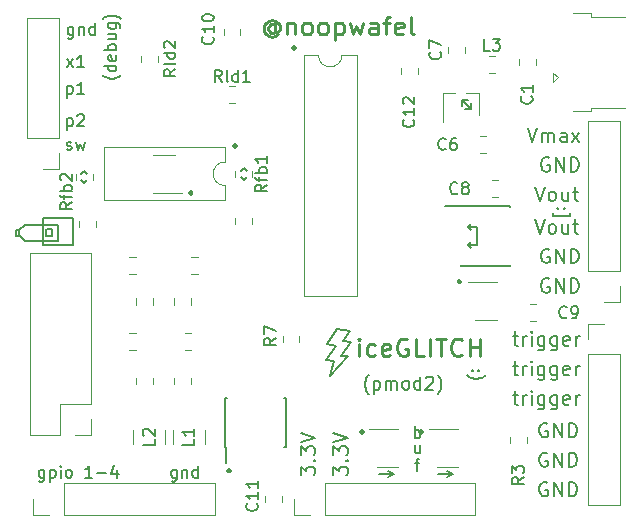
<source format=gbr>
%TF.GenerationSoftware,KiCad,Pcbnew,5.0.0+dfsg1-2*%
%TF.CreationDate,2019-12-09T14:25:11+01:00*%
%TF.ProjectId,pmod2,706D6F64322E6B696361645F70636200,rev?*%
%TF.SameCoordinates,Original*%
%TF.FileFunction,Legend,Top*%
%TF.FilePolarity,Positive*%
%FSLAX46Y46*%
G04 Gerber Fmt 4.6, Leading zero omitted, Abs format (unit mm)*
G04 Created by KiCad (PCBNEW 5.0.0+dfsg1-2) date Mon Dec  9 14:25:11 2019*
%MOMM*%
%LPD*%
G01*
G04 APERTURE LIST*
%ADD10C,0.200000*%
%ADD11C,0.150000*%
%ADD12C,0.300000*%
%ADD13C,0.250000*%
%ADD14C,0.220000*%
%ADD15C,0.120000*%
G04 APERTURE END LIST*
D10*
X139059523Y-153035714D02*
X139059523Y-153845238D01*
X139011904Y-153940476D01*
X138964285Y-153988095D01*
X138869047Y-154035714D01*
X138726190Y-154035714D01*
X138630952Y-153988095D01*
X139059523Y-153654761D02*
X138964285Y-153702380D01*
X138773809Y-153702380D01*
X138678571Y-153654761D01*
X138630952Y-153607142D01*
X138583333Y-153511904D01*
X138583333Y-153226190D01*
X138630952Y-153130952D01*
X138678571Y-153083333D01*
X138773809Y-153035714D01*
X138964285Y-153035714D01*
X139059523Y-153083333D01*
X139535714Y-153035714D02*
X139535714Y-153702380D01*
X139535714Y-153130952D02*
X139583333Y-153083333D01*
X139678571Y-153035714D01*
X139821428Y-153035714D01*
X139916666Y-153083333D01*
X139964285Y-153178571D01*
X139964285Y-153702380D01*
X140869047Y-153702380D02*
X140869047Y-152702380D01*
X140869047Y-153654761D02*
X140773809Y-153702380D01*
X140583333Y-153702380D01*
X140488095Y-153654761D01*
X140440476Y-153607142D01*
X140392857Y-153511904D01*
X140392857Y-153226190D01*
X140440476Y-153130952D01*
X140488095Y-153083333D01*
X140583333Y-153035714D01*
X140773809Y-153035714D01*
X140869047Y-153083333D01*
X130250000Y-134000000D02*
X128250000Y-134000000D01*
X130250000Y-131750000D02*
X130250000Y-134000000D01*
X128250000Y-131750000D02*
X130250000Y-131750000D01*
D11*
X164000000Y-122500000D02*
X163250000Y-121750000D01*
X164000000Y-122500000D02*
X164000000Y-122000000D01*
X164000000Y-122500000D02*
X163500000Y-122500000D01*
X163250000Y-122250000D02*
X163250000Y-121750000D01*
X163250000Y-121750000D02*
X163750000Y-121750000D01*
D10*
X131250000Y-128750000D02*
X131500000Y-128500000D01*
X131000000Y-128500000D02*
X131250000Y-128750000D01*
X131250000Y-127750000D02*
X131500000Y-128000000D01*
X131000000Y-128000000D02*
X131250000Y-127750000D01*
X144750000Y-128500000D02*
X145000000Y-128250000D01*
X144500000Y-128250000D02*
X144750000Y-128500000D01*
X144750000Y-127500000D02*
X145000000Y-127750000D01*
X144500000Y-127750000D02*
X144750000Y-127500000D01*
X144750000Y-127500000D02*
X144500000Y-127750000D01*
X163750000Y-134000000D02*
X164000000Y-134250000D01*
X164000000Y-133750000D02*
X163750000Y-134000000D01*
X163750000Y-134000000D02*
X164000000Y-133750000D01*
X163750000Y-132500000D02*
X164000000Y-132750000D01*
X163750000Y-132500000D02*
X164000000Y-132250000D01*
X164500000Y-132500000D02*
X163750000Y-132500000D01*
X164500000Y-134000000D02*
X164500000Y-132500000D01*
X163750000Y-134000000D02*
X164500000Y-134000000D01*
D12*
X163000000Y-137035714D02*
X162928571Y-137107142D01*
X163000000Y-137178571D01*
X163071428Y-137107142D01*
X163000000Y-137035714D01*
X163000000Y-137178571D01*
X159750000Y-149785714D02*
X159678571Y-149857142D01*
X159750000Y-149928571D01*
X159821428Y-149857142D01*
X159750000Y-149785714D01*
X159750000Y-149928571D01*
X154750000Y-149785714D02*
X154678571Y-149857142D01*
X154750000Y-149928571D01*
X154821428Y-149857142D01*
X154750000Y-149785714D01*
X154750000Y-149928571D01*
X143500000Y-153035714D02*
X143428571Y-153107142D01*
X143500000Y-153178571D01*
X143571428Y-153107142D01*
X143500000Y-153035714D01*
X143500000Y-153178571D01*
X140250000Y-129535714D02*
X140178571Y-129607142D01*
X140250000Y-129678571D01*
X140321428Y-129607142D01*
X140250000Y-129535714D01*
X140250000Y-129678571D01*
D10*
X149592857Y-153521428D02*
X149592857Y-152778571D01*
X150050000Y-153178571D01*
X150050000Y-153007142D01*
X150107142Y-152892857D01*
X150164285Y-152835714D01*
X150278571Y-152778571D01*
X150564285Y-152778571D01*
X150678571Y-152835714D01*
X150735714Y-152892857D01*
X150792857Y-153007142D01*
X150792857Y-153350000D01*
X150735714Y-153464285D01*
X150678571Y-153521428D01*
X150678571Y-152264285D02*
X150735714Y-152207142D01*
X150792857Y-152264285D01*
X150735714Y-152321428D01*
X150678571Y-152264285D01*
X150792857Y-152264285D01*
X149592857Y-151807142D02*
X149592857Y-151064285D01*
X150050000Y-151464285D01*
X150050000Y-151292857D01*
X150107142Y-151178571D01*
X150164285Y-151121428D01*
X150278571Y-151064285D01*
X150564285Y-151064285D01*
X150678571Y-151121428D01*
X150735714Y-151178571D01*
X150792857Y-151292857D01*
X150792857Y-151635714D01*
X150735714Y-151750000D01*
X150678571Y-151807142D01*
X149592857Y-150721428D02*
X150792857Y-150321428D01*
X149592857Y-149921428D01*
X152342857Y-153521428D02*
X152342857Y-152778571D01*
X152800000Y-153178571D01*
X152800000Y-153007142D01*
X152857142Y-152892857D01*
X152914285Y-152835714D01*
X153028571Y-152778571D01*
X153314285Y-152778571D01*
X153428571Y-152835714D01*
X153485714Y-152892857D01*
X153542857Y-153007142D01*
X153542857Y-153350000D01*
X153485714Y-153464285D01*
X153428571Y-153521428D01*
X153428571Y-152264285D02*
X153485714Y-152207142D01*
X153542857Y-152264285D01*
X153485714Y-152321428D01*
X153428571Y-152264285D01*
X153542857Y-152264285D01*
X152342857Y-151807142D02*
X152342857Y-151064285D01*
X152800000Y-151464285D01*
X152800000Y-151292857D01*
X152857142Y-151178571D01*
X152914285Y-151121428D01*
X153028571Y-151064285D01*
X153314285Y-151064285D01*
X153428571Y-151121428D01*
X153485714Y-151178571D01*
X153542857Y-151292857D01*
X153542857Y-151635714D01*
X153485714Y-151750000D01*
X153428571Y-151807142D01*
X152342857Y-150721428D02*
X153542857Y-150321428D01*
X152342857Y-149921428D01*
X129000000Y-133650000D02*
X129000000Y-132350000D01*
X126250000Y-133650000D02*
X125700000Y-133200000D01*
X125750000Y-132750000D02*
X126250000Y-132350000D01*
D11*
X128475000Y-133275000D02*
X128025000Y-133275000D01*
X128025000Y-132650000D02*
X128025000Y-133275000D01*
X128475000Y-132650000D02*
X128475000Y-133275000D01*
X128475000Y-132650000D02*
X128050000Y-132650000D01*
D10*
X128000000Y-131750000D02*
X127750000Y-131750000D01*
X128000000Y-134000000D02*
X127750000Y-134000000D01*
X128000000Y-134000000D02*
X128250000Y-134000000D01*
X128000000Y-131750000D02*
X128250000Y-131750000D01*
X127750000Y-131750000D02*
X127750000Y-134000000D01*
X130250000Y-134000000D02*
X130250000Y-131750000D01*
X125500000Y-133250000D02*
X125750000Y-133250000D01*
X125500000Y-132750000D02*
X125500000Y-133250000D01*
X125750000Y-132750000D02*
X125500000Y-132750000D01*
X129000000Y-132350000D02*
X126250000Y-132350000D01*
X126250000Y-133650000D02*
X129000000Y-133650000D01*
X125750000Y-132750000D02*
X125750000Y-133250000D01*
X171392857Y-130916666D02*
X171345238Y-130964285D01*
X171297619Y-130916666D01*
X171345238Y-130869047D01*
X171392857Y-130916666D01*
X171297619Y-130916666D01*
X171916666Y-130916666D02*
X171869047Y-130964285D01*
X171821428Y-130916666D01*
X171869047Y-130869047D01*
X171916666Y-130916666D01*
X171821428Y-130916666D01*
X170964285Y-131297619D02*
X170964285Y-131535714D01*
X172392857Y-131535714D01*
X172392857Y-131297619D01*
X164142857Y-144666666D02*
X164095238Y-144714285D01*
X164047619Y-144666666D01*
X164095238Y-144619047D01*
X164142857Y-144666666D01*
X164047619Y-144666666D01*
X164666666Y-144666666D02*
X164619047Y-144714285D01*
X164571428Y-144666666D01*
X164619047Y-144619047D01*
X164666666Y-144666666D01*
X164571428Y-144666666D01*
X163666666Y-145047619D02*
X163714285Y-145095238D01*
X163857142Y-145190476D01*
X163952380Y-145238095D01*
X164095238Y-145285714D01*
X164333333Y-145333333D01*
X164523809Y-145333333D01*
X164761904Y-145285714D01*
X164904761Y-145238095D01*
X165000000Y-145190476D01*
X165142857Y-145095238D01*
X165190476Y-145047619D01*
X127869047Y-153035714D02*
X127869047Y-153845238D01*
X127821428Y-153940476D01*
X127773809Y-153988095D01*
X127678571Y-154035714D01*
X127535714Y-154035714D01*
X127440476Y-153988095D01*
X127869047Y-153654761D02*
X127773809Y-153702380D01*
X127583333Y-153702380D01*
X127488095Y-153654761D01*
X127440476Y-153607142D01*
X127392857Y-153511904D01*
X127392857Y-153226190D01*
X127440476Y-153130952D01*
X127488095Y-153083333D01*
X127583333Y-153035714D01*
X127773809Y-153035714D01*
X127869047Y-153083333D01*
X128345238Y-153035714D02*
X128345238Y-154035714D01*
X128345238Y-153083333D02*
X128440476Y-153035714D01*
X128630952Y-153035714D01*
X128726190Y-153083333D01*
X128773809Y-153130952D01*
X128821428Y-153226190D01*
X128821428Y-153511904D01*
X128773809Y-153607142D01*
X128726190Y-153654761D01*
X128630952Y-153702380D01*
X128440476Y-153702380D01*
X128345238Y-153654761D01*
X129250000Y-153702380D02*
X129250000Y-153035714D01*
X129250000Y-152702380D02*
X129202380Y-152750000D01*
X129250000Y-152797619D01*
X129297619Y-152750000D01*
X129250000Y-152702380D01*
X129250000Y-152797619D01*
X129869047Y-153702380D02*
X129773809Y-153654761D01*
X129726190Y-153607142D01*
X129678571Y-153511904D01*
X129678571Y-153226190D01*
X129726190Y-153130952D01*
X129773809Y-153083333D01*
X129869047Y-153035714D01*
X130011904Y-153035714D01*
X130107142Y-153083333D01*
X130154761Y-153130952D01*
X130202380Y-153226190D01*
X130202380Y-153511904D01*
X130154761Y-153607142D01*
X130107142Y-153654761D01*
X130011904Y-153702380D01*
X129869047Y-153702380D01*
X131916666Y-153702380D02*
X131345238Y-153702380D01*
X131630952Y-153702380D02*
X131630952Y-152702380D01*
X131535714Y-152845238D01*
X131440476Y-152940476D01*
X131345238Y-152988095D01*
X132345238Y-153321428D02*
X133107142Y-153321428D01*
X134011904Y-153035714D02*
X134011904Y-153702380D01*
X133773809Y-152654761D02*
X133535714Y-153369047D01*
X134154761Y-153369047D01*
X129786904Y-118952380D02*
X130310714Y-118285714D01*
X129786904Y-118285714D02*
X130310714Y-118952380D01*
X131215476Y-118952380D02*
X130644047Y-118952380D01*
X130929761Y-118952380D02*
X130929761Y-117952380D01*
X130834523Y-118095238D01*
X130739285Y-118190476D01*
X130644047Y-118238095D01*
X159237385Y-152451019D02*
X159618338Y-152451019D01*
X159380242Y-153117685D02*
X159380242Y-152260543D01*
X159427862Y-152165305D01*
X159523100Y-152117685D01*
X159618338Y-152117685D01*
X159642147Y-150951019D02*
X159642147Y-151617685D01*
X159213576Y-150951019D02*
X159213576Y-151474828D01*
X159261195Y-151570066D01*
X159356433Y-151617685D01*
X159499290Y-151617685D01*
X159594528Y-151570066D01*
X159642147Y-151522447D01*
X159213576Y-150367685D02*
X159213576Y-149367685D01*
X159213576Y-149748638D02*
X159308814Y-149701019D01*
X159499290Y-149701019D01*
X159594528Y-149748638D01*
X159642147Y-149796257D01*
X159689766Y-149891495D01*
X159689766Y-150177209D01*
X159642147Y-150272447D01*
X159594528Y-150320066D01*
X159499290Y-150367685D01*
X159308814Y-150367685D01*
X159213576Y-150320066D01*
X161177862Y-153415305D02*
X162427862Y-153415305D01*
X162427862Y-153415305D02*
X161927862Y-153165305D01*
X162427862Y-153415305D02*
X161927862Y-153665305D01*
X157427862Y-153415305D02*
X156927862Y-153665305D01*
X157427862Y-153415305D02*
X156927862Y-153165305D01*
X156177862Y-153415305D02*
X157427862Y-153415305D01*
X151775332Y-142393540D02*
X152600332Y-141093540D01*
X152525332Y-142568540D02*
X151775332Y-142393540D01*
X151735012Y-143719580D02*
X152525332Y-142568540D01*
X152410012Y-143794580D02*
X151735012Y-143719580D01*
X152060012Y-145094580D02*
X152410012Y-143794580D01*
X153585012Y-143419580D02*
X152060012Y-145094580D01*
X152960012Y-143369580D02*
X153585012Y-143419580D01*
X153835012Y-142194580D02*
X152960012Y-143369580D01*
X153110012Y-142119580D02*
X153835012Y-142194580D01*
X153700332Y-141293540D02*
X153110012Y-142119580D01*
X152600332Y-141093540D02*
X153700332Y-141293540D01*
D12*
X149000000Y-117285714D02*
X148928571Y-117357142D01*
X149000000Y-117428571D01*
X149071428Y-117357142D01*
X149000000Y-117285714D01*
X149000000Y-117428571D01*
X144000000Y-125535714D02*
X143928571Y-125607142D01*
X144000000Y-125678571D01*
X144071428Y-125607142D01*
X144000000Y-125535714D01*
X144000000Y-125678571D01*
D11*
X134333333Y-119630952D02*
X134285714Y-119678571D01*
X134142857Y-119773809D01*
X134047619Y-119821428D01*
X133904761Y-119869047D01*
X133666666Y-119916666D01*
X133476190Y-119916666D01*
X133238095Y-119869047D01*
X133095238Y-119821428D01*
X133000000Y-119773809D01*
X132857142Y-119678571D01*
X132809523Y-119630952D01*
X133952380Y-118821428D02*
X132952380Y-118821428D01*
X133904761Y-118821428D02*
X133952380Y-118916666D01*
X133952380Y-119107142D01*
X133904761Y-119202380D01*
X133857142Y-119250000D01*
X133761904Y-119297619D01*
X133476190Y-119297619D01*
X133380952Y-119250000D01*
X133333333Y-119202380D01*
X133285714Y-119107142D01*
X133285714Y-118916666D01*
X133333333Y-118821428D01*
X133904761Y-117964285D02*
X133952380Y-118059523D01*
X133952380Y-118250000D01*
X133904761Y-118345238D01*
X133809523Y-118392857D01*
X133428571Y-118392857D01*
X133333333Y-118345238D01*
X133285714Y-118250000D01*
X133285714Y-118059523D01*
X133333333Y-117964285D01*
X133428571Y-117916666D01*
X133523809Y-117916666D01*
X133619047Y-118392857D01*
X133952380Y-117488095D02*
X132952380Y-117488095D01*
X133333333Y-117488095D02*
X133285714Y-117392857D01*
X133285714Y-117202380D01*
X133333333Y-117107142D01*
X133380952Y-117059523D01*
X133476190Y-117011904D01*
X133761904Y-117011904D01*
X133857142Y-117059523D01*
X133904761Y-117107142D01*
X133952380Y-117202380D01*
X133952380Y-117392857D01*
X133904761Y-117488095D01*
X133285714Y-116154761D02*
X133952380Y-116154761D01*
X133285714Y-116583333D02*
X133809523Y-116583333D01*
X133904761Y-116535714D01*
X133952380Y-116440476D01*
X133952380Y-116297619D01*
X133904761Y-116202380D01*
X133857142Y-116154761D01*
X133285714Y-115250000D02*
X134095238Y-115250000D01*
X134190476Y-115297619D01*
X134238095Y-115345238D01*
X134285714Y-115440476D01*
X134285714Y-115583333D01*
X134238095Y-115678571D01*
X133904761Y-115250000D02*
X133952380Y-115345238D01*
X133952380Y-115535714D01*
X133904761Y-115630952D01*
X133857142Y-115678571D01*
X133761904Y-115726190D01*
X133476190Y-115726190D01*
X133380952Y-115678571D01*
X133333333Y-115630952D01*
X133285714Y-115535714D01*
X133285714Y-115345238D01*
X133333333Y-115250000D01*
X134333333Y-114869047D02*
X134285714Y-114821428D01*
X134142857Y-114726190D01*
X134047619Y-114678571D01*
X133904761Y-114630952D01*
X133666666Y-114583333D01*
X133476190Y-114583333D01*
X133238095Y-114630952D01*
X133095238Y-114678571D01*
X133000000Y-114726190D01*
X132857142Y-114821428D01*
X132809523Y-114869047D01*
D10*
X130309523Y-115535714D02*
X130309523Y-116345238D01*
X130261904Y-116440476D01*
X130214285Y-116488095D01*
X130119047Y-116535714D01*
X129976190Y-116535714D01*
X129880952Y-116488095D01*
X130309523Y-116154761D02*
X130214285Y-116202380D01*
X130023809Y-116202380D01*
X129928571Y-116154761D01*
X129880952Y-116107142D01*
X129833333Y-116011904D01*
X129833333Y-115726190D01*
X129880952Y-115630952D01*
X129928571Y-115583333D01*
X130023809Y-115535714D01*
X130214285Y-115535714D01*
X130309523Y-115583333D01*
X130785714Y-115535714D02*
X130785714Y-116202380D01*
X130785714Y-115630952D02*
X130833333Y-115583333D01*
X130928571Y-115535714D01*
X131071428Y-115535714D01*
X131166666Y-115583333D01*
X131214285Y-115678571D01*
X131214285Y-116202380D01*
X132119047Y-116202380D02*
X132119047Y-115202380D01*
X132119047Y-116154761D02*
X132023809Y-116202380D01*
X131833333Y-116202380D01*
X131738095Y-116154761D01*
X131690476Y-116107142D01*
X131642857Y-116011904D01*
X131642857Y-115726190D01*
X131690476Y-115630952D01*
X131738095Y-115583333D01*
X131833333Y-115535714D01*
X132023809Y-115535714D01*
X132119047Y-115583333D01*
X129809523Y-120535714D02*
X129809523Y-121535714D01*
X129809523Y-120583333D02*
X129904761Y-120535714D01*
X130095238Y-120535714D01*
X130190476Y-120583333D01*
X130238095Y-120630952D01*
X130285714Y-120726190D01*
X130285714Y-121011904D01*
X130238095Y-121107142D01*
X130190476Y-121154761D01*
X130095238Y-121202380D01*
X129904761Y-121202380D01*
X129809523Y-121154761D01*
X131238095Y-121202380D02*
X130666666Y-121202380D01*
X130952380Y-121202380D02*
X130952380Y-120202380D01*
X130857142Y-120345238D01*
X130761904Y-120440476D01*
X130666666Y-120488095D01*
X129809523Y-123285714D02*
X129809523Y-124285714D01*
X129809523Y-123333333D02*
X129904761Y-123285714D01*
X130095238Y-123285714D01*
X130190476Y-123333333D01*
X130238095Y-123380952D01*
X130285714Y-123476190D01*
X130285714Y-123761904D01*
X130238095Y-123857142D01*
X130190476Y-123904761D01*
X130095238Y-123952380D01*
X129904761Y-123952380D01*
X129809523Y-123904761D01*
X130666666Y-123047619D02*
X130714285Y-123000000D01*
X130809523Y-122952380D01*
X131047619Y-122952380D01*
X131142857Y-123000000D01*
X131190476Y-123047619D01*
X131238095Y-123142857D01*
X131238095Y-123238095D01*
X131190476Y-123380952D01*
X130619047Y-123952380D01*
X131238095Y-123952380D01*
X129761904Y-125904761D02*
X129857142Y-125952380D01*
X130047619Y-125952380D01*
X130142857Y-125904761D01*
X130190476Y-125809523D01*
X130190476Y-125761904D01*
X130142857Y-125666666D01*
X130047619Y-125619047D01*
X129904761Y-125619047D01*
X129809523Y-125571428D01*
X129761904Y-125476190D01*
X129761904Y-125428571D01*
X129809523Y-125333333D01*
X129904761Y-125285714D01*
X130047619Y-125285714D01*
X130142857Y-125333333D01*
X130523809Y-125285714D02*
X130714285Y-125952380D01*
X130904761Y-125476190D01*
X131095238Y-125952380D01*
X131285714Y-125285714D01*
D11*
X155342857Y-146666666D02*
X155290476Y-146614285D01*
X155185714Y-146457142D01*
X155133333Y-146352380D01*
X155080952Y-146195238D01*
X155028571Y-145933333D01*
X155028571Y-145723809D01*
X155080952Y-145461904D01*
X155133333Y-145304761D01*
X155185714Y-145200000D01*
X155290476Y-145042857D01*
X155342857Y-144990476D01*
X155761904Y-145514285D02*
X155761904Y-146614285D01*
X155761904Y-145566666D02*
X155866666Y-145514285D01*
X156076190Y-145514285D01*
X156180952Y-145566666D01*
X156233333Y-145619047D01*
X156285714Y-145723809D01*
X156285714Y-146038095D01*
X156233333Y-146142857D01*
X156180952Y-146195238D01*
X156076190Y-146247619D01*
X155866666Y-146247619D01*
X155761904Y-146195238D01*
X156757142Y-146247619D02*
X156757142Y-145514285D01*
X156757142Y-145619047D02*
X156809523Y-145566666D01*
X156914285Y-145514285D01*
X157071428Y-145514285D01*
X157176190Y-145566666D01*
X157228571Y-145671428D01*
X157228571Y-146247619D01*
X157228571Y-145671428D02*
X157280952Y-145566666D01*
X157385714Y-145514285D01*
X157542857Y-145514285D01*
X157647619Y-145566666D01*
X157700000Y-145671428D01*
X157700000Y-146247619D01*
X158380952Y-146247619D02*
X158276190Y-146195238D01*
X158223809Y-146142857D01*
X158171428Y-146038095D01*
X158171428Y-145723809D01*
X158223809Y-145619047D01*
X158276190Y-145566666D01*
X158380952Y-145514285D01*
X158538095Y-145514285D01*
X158642857Y-145566666D01*
X158695238Y-145619047D01*
X158747619Y-145723809D01*
X158747619Y-146038095D01*
X158695238Y-146142857D01*
X158642857Y-146195238D01*
X158538095Y-146247619D01*
X158380952Y-146247619D01*
X159690476Y-146247619D02*
X159690476Y-145147619D01*
X159690476Y-146195238D02*
X159585714Y-146247619D01*
X159376190Y-146247619D01*
X159271428Y-146195238D01*
X159219047Y-146142857D01*
X159166666Y-146038095D01*
X159166666Y-145723809D01*
X159219047Y-145619047D01*
X159271428Y-145566666D01*
X159376190Y-145514285D01*
X159585714Y-145514285D01*
X159690476Y-145566666D01*
X160161904Y-145252380D02*
X160214285Y-145200000D01*
X160319047Y-145147619D01*
X160580952Y-145147619D01*
X160685714Y-145200000D01*
X160738095Y-145252380D01*
X160790476Y-145357142D01*
X160790476Y-145461904D01*
X160738095Y-145619047D01*
X160109523Y-146247619D01*
X160790476Y-146247619D01*
X161157142Y-146666666D02*
X161209523Y-146614285D01*
X161314285Y-146457142D01*
X161366666Y-146352380D01*
X161419047Y-146195238D01*
X161471428Y-145933333D01*
X161471428Y-145723809D01*
X161419047Y-145461904D01*
X161366666Y-145304761D01*
X161314285Y-145200000D01*
X161209523Y-145042857D01*
X161157142Y-144990476D01*
D13*
X154516071Y-143428571D02*
X154516071Y-142428571D01*
X154516071Y-141928571D02*
X154444642Y-142000000D01*
X154516071Y-142071428D01*
X154587500Y-142000000D01*
X154516071Y-141928571D01*
X154516071Y-142071428D01*
X155873214Y-143357142D02*
X155730357Y-143428571D01*
X155444642Y-143428571D01*
X155301785Y-143357142D01*
X155230357Y-143285714D01*
X155158928Y-143142857D01*
X155158928Y-142714285D01*
X155230357Y-142571428D01*
X155301785Y-142500000D01*
X155444642Y-142428571D01*
X155730357Y-142428571D01*
X155873214Y-142500000D01*
X157087500Y-143357142D02*
X156944642Y-143428571D01*
X156658928Y-143428571D01*
X156516071Y-143357142D01*
X156444642Y-143214285D01*
X156444642Y-142642857D01*
X156516071Y-142500000D01*
X156658928Y-142428571D01*
X156944642Y-142428571D01*
X157087500Y-142500000D01*
X157158928Y-142642857D01*
X157158928Y-142785714D01*
X156444642Y-142928571D01*
X158587500Y-142000000D02*
X158444642Y-141928571D01*
X158230357Y-141928571D01*
X158016071Y-142000000D01*
X157873214Y-142142857D01*
X157801785Y-142285714D01*
X157730357Y-142571428D01*
X157730357Y-142785714D01*
X157801785Y-143071428D01*
X157873214Y-143214285D01*
X158016071Y-143357142D01*
X158230357Y-143428571D01*
X158373214Y-143428571D01*
X158587500Y-143357142D01*
X158658928Y-143285714D01*
X158658928Y-142785714D01*
X158373214Y-142785714D01*
X160016071Y-143428571D02*
X159301785Y-143428571D01*
X159301785Y-141928571D01*
X160516071Y-143428571D02*
X160516071Y-141928571D01*
X161016071Y-141928571D02*
X161873214Y-141928571D01*
X161444642Y-143428571D02*
X161444642Y-141928571D01*
X163230357Y-143285714D02*
X163158928Y-143357142D01*
X162944642Y-143428571D01*
X162801785Y-143428571D01*
X162587500Y-143357142D01*
X162444642Y-143214285D01*
X162373214Y-143071428D01*
X162301785Y-142785714D01*
X162301785Y-142571428D01*
X162373214Y-142285714D01*
X162444642Y-142142857D01*
X162587500Y-142000000D01*
X162801785Y-141928571D01*
X162944642Y-141928571D01*
X163158928Y-142000000D01*
X163230357Y-142071428D01*
X163873214Y-143428571D02*
X163873214Y-141928571D01*
X163873214Y-142642857D02*
X164730357Y-142642857D01*
X164730357Y-143428571D02*
X164730357Y-141928571D01*
D14*
X147428571Y-115464285D02*
X147357142Y-115392857D01*
X147214285Y-115321428D01*
X147071428Y-115321428D01*
X146928571Y-115392857D01*
X146857142Y-115464285D01*
X146785714Y-115607142D01*
X146785714Y-115750000D01*
X146857142Y-115892857D01*
X146928571Y-115964285D01*
X147071428Y-116035714D01*
X147214285Y-116035714D01*
X147357142Y-115964285D01*
X147428571Y-115892857D01*
X147428571Y-115321428D02*
X147428571Y-115892857D01*
X147500000Y-115964285D01*
X147571428Y-115964285D01*
X147714285Y-115892857D01*
X147785714Y-115750000D01*
X147785714Y-115392857D01*
X147642857Y-115178571D01*
X147428571Y-115035714D01*
X147142857Y-114964285D01*
X146857142Y-115035714D01*
X146642857Y-115178571D01*
X146500000Y-115392857D01*
X146428571Y-115678571D01*
X146500000Y-115964285D01*
X146642857Y-116178571D01*
X146857142Y-116321428D01*
X147142857Y-116392857D01*
X147428571Y-116321428D01*
X147642857Y-116178571D01*
X148428571Y-115178571D02*
X148428571Y-116178571D01*
X148428571Y-115321428D02*
X148500000Y-115250000D01*
X148642857Y-115178571D01*
X148857142Y-115178571D01*
X149000000Y-115250000D01*
X149071428Y-115392857D01*
X149071428Y-116178571D01*
X150000000Y-116178571D02*
X149857142Y-116107142D01*
X149785714Y-116035714D01*
X149714285Y-115892857D01*
X149714285Y-115464285D01*
X149785714Y-115321428D01*
X149857142Y-115250000D01*
X150000000Y-115178571D01*
X150214285Y-115178571D01*
X150357142Y-115250000D01*
X150428571Y-115321428D01*
X150500000Y-115464285D01*
X150500000Y-115892857D01*
X150428571Y-116035714D01*
X150357142Y-116107142D01*
X150214285Y-116178571D01*
X150000000Y-116178571D01*
X151357142Y-116178571D02*
X151214285Y-116107142D01*
X151142857Y-116035714D01*
X151071428Y-115892857D01*
X151071428Y-115464285D01*
X151142857Y-115321428D01*
X151214285Y-115250000D01*
X151357142Y-115178571D01*
X151571428Y-115178571D01*
X151714285Y-115250000D01*
X151785714Y-115321428D01*
X151857142Y-115464285D01*
X151857142Y-115892857D01*
X151785714Y-116035714D01*
X151714285Y-116107142D01*
X151571428Y-116178571D01*
X151357142Y-116178571D01*
X152500000Y-115178571D02*
X152500000Y-116678571D01*
X152500000Y-115250000D02*
X152642857Y-115178571D01*
X152928571Y-115178571D01*
X153071428Y-115250000D01*
X153142857Y-115321428D01*
X153214285Y-115464285D01*
X153214285Y-115892857D01*
X153142857Y-116035714D01*
X153071428Y-116107142D01*
X152928571Y-116178571D01*
X152642857Y-116178571D01*
X152500000Y-116107142D01*
X153714285Y-115178571D02*
X154000000Y-116178571D01*
X154285714Y-115464285D01*
X154571428Y-116178571D01*
X154857142Y-115178571D01*
X156071428Y-116178571D02*
X156071428Y-115392857D01*
X156000000Y-115250000D01*
X155857142Y-115178571D01*
X155571428Y-115178571D01*
X155428571Y-115250000D01*
X156071428Y-116107142D02*
X155928571Y-116178571D01*
X155571428Y-116178571D01*
X155428571Y-116107142D01*
X155357142Y-115964285D01*
X155357142Y-115821428D01*
X155428571Y-115678571D01*
X155571428Y-115607142D01*
X155928571Y-115607142D01*
X156071428Y-115535714D01*
X156571428Y-115178571D02*
X157142857Y-115178571D01*
X156785714Y-116178571D02*
X156785714Y-114892857D01*
X156857142Y-114750000D01*
X157000000Y-114678571D01*
X157142857Y-114678571D01*
X158214285Y-116107142D02*
X158071428Y-116178571D01*
X157785714Y-116178571D01*
X157642857Y-116107142D01*
X157571428Y-115964285D01*
X157571428Y-115392857D01*
X157642857Y-115250000D01*
X157785714Y-115178571D01*
X158071428Y-115178571D01*
X158214285Y-115250000D01*
X158285714Y-115392857D01*
X158285714Y-115535714D01*
X157571428Y-115678571D01*
X159142857Y-116178571D02*
X159000000Y-116107142D01*
X158928571Y-115964285D01*
X158928571Y-114678571D01*
D10*
X167516660Y-141732272D02*
X167973803Y-141732272D01*
X167688088Y-141332272D02*
X167688088Y-142360843D01*
X167745231Y-142475129D01*
X167859517Y-142532272D01*
X167973803Y-142532272D01*
X168373803Y-142532272D02*
X168373803Y-141732272D01*
X168373803Y-141960843D02*
X168430945Y-141846557D01*
X168488088Y-141789415D01*
X168602374Y-141732272D01*
X168716660Y-141732272D01*
X169116660Y-142532272D02*
X169116660Y-141732272D01*
X169116660Y-141332272D02*
X169059517Y-141389415D01*
X169116660Y-141446557D01*
X169173803Y-141389415D01*
X169116660Y-141332272D01*
X169116660Y-141446557D01*
X170202374Y-141732272D02*
X170202374Y-142703700D01*
X170145231Y-142817986D01*
X170088088Y-142875129D01*
X169973803Y-142932272D01*
X169802374Y-142932272D01*
X169688088Y-142875129D01*
X170202374Y-142475129D02*
X170088088Y-142532272D01*
X169859517Y-142532272D01*
X169745231Y-142475129D01*
X169688088Y-142417986D01*
X169630945Y-142303700D01*
X169630945Y-141960843D01*
X169688088Y-141846557D01*
X169745231Y-141789415D01*
X169859517Y-141732272D01*
X170088088Y-141732272D01*
X170202374Y-141789415D01*
X171288088Y-141732272D02*
X171288088Y-142703700D01*
X171230945Y-142817986D01*
X171173803Y-142875129D01*
X171059517Y-142932272D01*
X170888088Y-142932272D01*
X170773803Y-142875129D01*
X171288088Y-142475129D02*
X171173803Y-142532272D01*
X170945231Y-142532272D01*
X170830945Y-142475129D01*
X170773803Y-142417986D01*
X170716660Y-142303700D01*
X170716660Y-141960843D01*
X170773803Y-141846557D01*
X170830945Y-141789415D01*
X170945231Y-141732272D01*
X171173803Y-141732272D01*
X171288088Y-141789415D01*
X172316660Y-142475129D02*
X172202374Y-142532272D01*
X171973803Y-142532272D01*
X171859517Y-142475129D01*
X171802374Y-142360843D01*
X171802374Y-141903700D01*
X171859517Y-141789415D01*
X171973803Y-141732272D01*
X172202374Y-141732272D01*
X172316660Y-141789415D01*
X172373803Y-141903700D01*
X172373803Y-142017986D01*
X171802374Y-142132272D01*
X172888088Y-142532272D02*
X172888088Y-141732272D01*
X172888088Y-141960843D02*
X172945231Y-141846557D01*
X173002374Y-141789415D01*
X173116660Y-141732272D01*
X173230945Y-141732272D01*
X167516660Y-144232272D02*
X167973803Y-144232272D01*
X167688088Y-143832272D02*
X167688088Y-144860843D01*
X167745231Y-144975129D01*
X167859517Y-145032272D01*
X167973803Y-145032272D01*
X168373803Y-145032272D02*
X168373803Y-144232272D01*
X168373803Y-144460843D02*
X168430945Y-144346557D01*
X168488088Y-144289415D01*
X168602374Y-144232272D01*
X168716660Y-144232272D01*
X169116660Y-145032272D02*
X169116660Y-144232272D01*
X169116660Y-143832272D02*
X169059517Y-143889415D01*
X169116660Y-143946557D01*
X169173803Y-143889415D01*
X169116660Y-143832272D01*
X169116660Y-143946557D01*
X170202374Y-144232272D02*
X170202374Y-145203700D01*
X170145231Y-145317986D01*
X170088088Y-145375129D01*
X169973803Y-145432272D01*
X169802374Y-145432272D01*
X169688088Y-145375129D01*
X170202374Y-144975129D02*
X170088088Y-145032272D01*
X169859517Y-145032272D01*
X169745231Y-144975129D01*
X169688088Y-144917986D01*
X169630945Y-144803700D01*
X169630945Y-144460843D01*
X169688088Y-144346557D01*
X169745231Y-144289415D01*
X169859517Y-144232272D01*
X170088088Y-144232272D01*
X170202374Y-144289415D01*
X171288088Y-144232272D02*
X171288088Y-145203700D01*
X171230945Y-145317986D01*
X171173803Y-145375129D01*
X171059517Y-145432272D01*
X170888088Y-145432272D01*
X170773803Y-145375129D01*
X171288088Y-144975129D02*
X171173803Y-145032272D01*
X170945231Y-145032272D01*
X170830945Y-144975129D01*
X170773803Y-144917986D01*
X170716660Y-144803700D01*
X170716660Y-144460843D01*
X170773803Y-144346557D01*
X170830945Y-144289415D01*
X170945231Y-144232272D01*
X171173803Y-144232272D01*
X171288088Y-144289415D01*
X172316660Y-144975129D02*
X172202374Y-145032272D01*
X171973803Y-145032272D01*
X171859517Y-144975129D01*
X171802374Y-144860843D01*
X171802374Y-144403700D01*
X171859517Y-144289415D01*
X171973803Y-144232272D01*
X172202374Y-144232272D01*
X172316660Y-144289415D01*
X172373803Y-144403700D01*
X172373803Y-144517986D01*
X171802374Y-144632272D01*
X172888088Y-145032272D02*
X172888088Y-144232272D01*
X172888088Y-144460843D02*
X172945231Y-144346557D01*
X173002374Y-144289415D01*
X173116660Y-144232272D01*
X173230945Y-144232272D01*
X167516660Y-146732272D02*
X167973803Y-146732272D01*
X167688088Y-146332272D02*
X167688088Y-147360843D01*
X167745231Y-147475129D01*
X167859517Y-147532272D01*
X167973803Y-147532272D01*
X168373803Y-147532272D02*
X168373803Y-146732272D01*
X168373803Y-146960843D02*
X168430945Y-146846557D01*
X168488088Y-146789415D01*
X168602374Y-146732272D01*
X168716660Y-146732272D01*
X169116660Y-147532272D02*
X169116660Y-146732272D01*
X169116660Y-146332272D02*
X169059517Y-146389415D01*
X169116660Y-146446557D01*
X169173803Y-146389415D01*
X169116660Y-146332272D01*
X169116660Y-146446557D01*
X170202374Y-146732272D02*
X170202374Y-147703700D01*
X170145231Y-147817986D01*
X170088088Y-147875129D01*
X169973803Y-147932272D01*
X169802374Y-147932272D01*
X169688088Y-147875129D01*
X170202374Y-147475129D02*
X170088088Y-147532272D01*
X169859517Y-147532272D01*
X169745231Y-147475129D01*
X169688088Y-147417986D01*
X169630945Y-147303700D01*
X169630945Y-146960843D01*
X169688088Y-146846557D01*
X169745231Y-146789415D01*
X169859517Y-146732272D01*
X170088088Y-146732272D01*
X170202374Y-146789415D01*
X171288088Y-146732272D02*
X171288088Y-147703700D01*
X171230945Y-147817986D01*
X171173803Y-147875129D01*
X171059517Y-147932272D01*
X170888088Y-147932272D01*
X170773803Y-147875129D01*
X171288088Y-147475129D02*
X171173803Y-147532272D01*
X170945231Y-147532272D01*
X170830945Y-147475129D01*
X170773803Y-147417986D01*
X170716660Y-147303700D01*
X170716660Y-146960843D01*
X170773803Y-146846557D01*
X170830945Y-146789415D01*
X170945231Y-146732272D01*
X171173803Y-146732272D01*
X171288088Y-146789415D01*
X172316660Y-147475129D02*
X172202374Y-147532272D01*
X171973803Y-147532272D01*
X171859517Y-147475129D01*
X171802374Y-147360843D01*
X171802374Y-146903700D01*
X171859517Y-146789415D01*
X171973803Y-146732272D01*
X172202374Y-146732272D01*
X172316660Y-146789415D01*
X172373803Y-146903700D01*
X172373803Y-147017986D01*
X171802374Y-147132272D01*
X172888088Y-147532272D02*
X172888088Y-146732272D01*
X172888088Y-146960843D02*
X172945231Y-146846557D01*
X173002374Y-146789415D01*
X173116660Y-146732272D01*
X173230945Y-146732272D01*
X170459517Y-149139415D02*
X170345231Y-149082272D01*
X170173803Y-149082272D01*
X170002374Y-149139415D01*
X169888088Y-149253700D01*
X169830945Y-149367986D01*
X169773803Y-149596557D01*
X169773803Y-149767986D01*
X169830945Y-149996557D01*
X169888088Y-150110843D01*
X170002374Y-150225129D01*
X170173803Y-150282272D01*
X170288088Y-150282272D01*
X170459517Y-150225129D01*
X170516660Y-150167986D01*
X170516660Y-149767986D01*
X170288088Y-149767986D01*
X171030945Y-150282272D02*
X171030945Y-149082272D01*
X171716660Y-150282272D01*
X171716660Y-149082272D01*
X172288088Y-150282272D02*
X172288088Y-149082272D01*
X172573803Y-149082272D01*
X172745231Y-149139415D01*
X172859517Y-149253700D01*
X172916660Y-149367986D01*
X172973803Y-149596557D01*
X172973803Y-149767986D01*
X172916660Y-149996557D01*
X172859517Y-150110843D01*
X172745231Y-150225129D01*
X172573803Y-150282272D01*
X172288088Y-150282272D01*
X170459517Y-151639415D02*
X170345231Y-151582272D01*
X170173803Y-151582272D01*
X170002374Y-151639415D01*
X169888088Y-151753700D01*
X169830945Y-151867986D01*
X169773803Y-152096557D01*
X169773803Y-152267986D01*
X169830945Y-152496557D01*
X169888088Y-152610843D01*
X170002374Y-152725129D01*
X170173803Y-152782272D01*
X170288088Y-152782272D01*
X170459517Y-152725129D01*
X170516660Y-152667986D01*
X170516660Y-152267986D01*
X170288088Y-152267986D01*
X171030945Y-152782272D02*
X171030945Y-151582272D01*
X171716660Y-152782272D01*
X171716660Y-151582272D01*
X172288088Y-152782272D02*
X172288088Y-151582272D01*
X172573803Y-151582272D01*
X172745231Y-151639415D01*
X172859517Y-151753700D01*
X172916660Y-151867986D01*
X172973803Y-152096557D01*
X172973803Y-152267986D01*
X172916660Y-152496557D01*
X172859517Y-152610843D01*
X172745231Y-152725129D01*
X172573803Y-152782272D01*
X172288088Y-152782272D01*
X170459517Y-154139415D02*
X170345231Y-154082272D01*
X170173803Y-154082272D01*
X170002374Y-154139415D01*
X169888088Y-154253700D01*
X169830945Y-154367986D01*
X169773803Y-154596557D01*
X169773803Y-154767986D01*
X169830945Y-154996557D01*
X169888088Y-155110843D01*
X170002374Y-155225129D01*
X170173803Y-155282272D01*
X170288088Y-155282272D01*
X170459517Y-155225129D01*
X170516660Y-155167986D01*
X170516660Y-154767986D01*
X170288088Y-154767986D01*
X171030945Y-155282272D02*
X171030945Y-154082272D01*
X171716660Y-155282272D01*
X171716660Y-154082272D01*
X172288088Y-155282272D02*
X172288088Y-154082272D01*
X172573803Y-154082272D01*
X172745231Y-154139415D01*
X172859517Y-154253700D01*
X172916660Y-154367986D01*
X172973803Y-154596557D01*
X172973803Y-154767986D01*
X172916660Y-154996557D01*
X172859517Y-155110843D01*
X172745231Y-155225129D01*
X172573803Y-155282272D01*
X172288088Y-155282272D01*
X169421428Y-131842857D02*
X169821428Y-133042857D01*
X170221428Y-131842857D01*
X170792857Y-133042857D02*
X170678571Y-132985714D01*
X170621428Y-132928571D01*
X170564285Y-132814285D01*
X170564285Y-132471428D01*
X170621428Y-132357142D01*
X170678571Y-132300000D01*
X170792857Y-132242857D01*
X170964285Y-132242857D01*
X171078571Y-132300000D01*
X171135714Y-132357142D01*
X171192857Y-132471428D01*
X171192857Y-132814285D01*
X171135714Y-132928571D01*
X171078571Y-132985714D01*
X170964285Y-133042857D01*
X170792857Y-133042857D01*
X172221428Y-132242857D02*
X172221428Y-133042857D01*
X171707142Y-132242857D02*
X171707142Y-132871428D01*
X171764285Y-132985714D01*
X171878571Y-133042857D01*
X172050000Y-133042857D01*
X172164285Y-132985714D01*
X172221428Y-132928571D01*
X172621428Y-132242857D02*
X173078571Y-132242857D01*
X172792857Y-131842857D02*
X172792857Y-132871428D01*
X172850000Y-132985714D01*
X172964285Y-133042857D01*
X173078571Y-133042857D01*
X169421428Y-129092857D02*
X169821428Y-130292857D01*
X170221428Y-129092857D01*
X170792857Y-130292857D02*
X170678571Y-130235714D01*
X170621428Y-130178571D01*
X170564285Y-130064285D01*
X170564285Y-129721428D01*
X170621428Y-129607142D01*
X170678571Y-129550000D01*
X170792857Y-129492857D01*
X170964285Y-129492857D01*
X171078571Y-129550000D01*
X171135714Y-129607142D01*
X171192857Y-129721428D01*
X171192857Y-130064285D01*
X171135714Y-130178571D01*
X171078571Y-130235714D01*
X170964285Y-130292857D01*
X170792857Y-130292857D01*
X172221428Y-129492857D02*
X172221428Y-130292857D01*
X171707142Y-129492857D02*
X171707142Y-130121428D01*
X171764285Y-130235714D01*
X171878571Y-130292857D01*
X172050000Y-130292857D01*
X172164285Y-130235714D01*
X172221428Y-130178571D01*
X172621428Y-129492857D02*
X173078571Y-129492857D01*
X172792857Y-129092857D02*
X172792857Y-130121428D01*
X172850000Y-130235714D01*
X172964285Y-130292857D01*
X173078571Y-130292857D01*
X170585714Y-134400000D02*
X170471428Y-134342857D01*
X170300000Y-134342857D01*
X170128571Y-134400000D01*
X170014285Y-134514285D01*
X169957142Y-134628571D01*
X169900000Y-134857142D01*
X169900000Y-135028571D01*
X169957142Y-135257142D01*
X170014285Y-135371428D01*
X170128571Y-135485714D01*
X170300000Y-135542857D01*
X170414285Y-135542857D01*
X170585714Y-135485714D01*
X170642857Y-135428571D01*
X170642857Y-135028571D01*
X170414285Y-135028571D01*
X171157142Y-135542857D02*
X171157142Y-134342857D01*
X171842857Y-135542857D01*
X171842857Y-134342857D01*
X172414285Y-135542857D02*
X172414285Y-134342857D01*
X172700000Y-134342857D01*
X172871428Y-134400000D01*
X172985714Y-134514285D01*
X173042857Y-134628571D01*
X173100000Y-134857142D01*
X173100000Y-135028571D01*
X173042857Y-135257142D01*
X172985714Y-135371428D01*
X172871428Y-135485714D01*
X172700000Y-135542857D01*
X172414285Y-135542857D01*
X170585714Y-136900000D02*
X170471428Y-136842857D01*
X170300000Y-136842857D01*
X170128571Y-136900000D01*
X170014285Y-137014285D01*
X169957142Y-137128571D01*
X169900000Y-137357142D01*
X169900000Y-137528571D01*
X169957142Y-137757142D01*
X170014285Y-137871428D01*
X170128571Y-137985714D01*
X170300000Y-138042857D01*
X170414285Y-138042857D01*
X170585714Y-137985714D01*
X170642857Y-137928571D01*
X170642857Y-137528571D01*
X170414285Y-137528571D01*
X171157142Y-138042857D02*
X171157142Y-136842857D01*
X171842857Y-138042857D01*
X171842857Y-136842857D01*
X172414285Y-138042857D02*
X172414285Y-136842857D01*
X172700000Y-136842857D01*
X172871428Y-136900000D01*
X172985714Y-137014285D01*
X173042857Y-137128571D01*
X173100000Y-137357142D01*
X173100000Y-137528571D01*
X173042857Y-137757142D01*
X172985714Y-137871428D01*
X172871428Y-137985714D01*
X172700000Y-138042857D01*
X172414285Y-138042857D01*
X170585714Y-126650000D02*
X170471428Y-126592857D01*
X170300000Y-126592857D01*
X170128571Y-126650000D01*
X170014285Y-126764285D01*
X169957142Y-126878571D01*
X169900000Y-127107142D01*
X169900000Y-127278571D01*
X169957142Y-127507142D01*
X170014285Y-127621428D01*
X170128571Y-127735714D01*
X170300000Y-127792857D01*
X170414285Y-127792857D01*
X170585714Y-127735714D01*
X170642857Y-127678571D01*
X170642857Y-127278571D01*
X170414285Y-127278571D01*
X171157142Y-127792857D02*
X171157142Y-126592857D01*
X171842857Y-127792857D01*
X171842857Y-126592857D01*
X172414285Y-127792857D02*
X172414285Y-126592857D01*
X172700000Y-126592857D01*
X172871428Y-126650000D01*
X172985714Y-126764285D01*
X173042857Y-126878571D01*
X173100000Y-127107142D01*
X173100000Y-127278571D01*
X173042857Y-127507142D01*
X172985714Y-127621428D01*
X172871428Y-127735714D01*
X172700000Y-127792857D01*
X172414285Y-127792857D01*
X168771428Y-124092857D02*
X169171428Y-125292857D01*
X169571428Y-124092857D01*
X169971428Y-125292857D02*
X169971428Y-124492857D01*
X169971428Y-124607142D02*
X170028571Y-124550000D01*
X170142857Y-124492857D01*
X170314285Y-124492857D01*
X170428571Y-124550000D01*
X170485714Y-124664285D01*
X170485714Y-125292857D01*
X170485714Y-124664285D02*
X170542857Y-124550000D01*
X170657142Y-124492857D01*
X170828571Y-124492857D01*
X170942857Y-124550000D01*
X171000000Y-124664285D01*
X171000000Y-125292857D01*
X172085714Y-125292857D02*
X172085714Y-124664285D01*
X172028571Y-124550000D01*
X171914285Y-124492857D01*
X171685714Y-124492857D01*
X171571428Y-124550000D01*
X172085714Y-125235714D02*
X171971428Y-125292857D01*
X171685714Y-125292857D01*
X171571428Y-125235714D01*
X171514285Y-125121428D01*
X171514285Y-125007142D01*
X171571428Y-124892857D01*
X171685714Y-124835714D01*
X171971428Y-124835714D01*
X172085714Y-124778571D01*
X172542857Y-125292857D02*
X173171428Y-124492857D01*
X172542857Y-124492857D02*
X173171428Y-125292857D01*
D11*
X143225000Y-151075000D02*
X143225000Y-152475000D01*
X148325000Y-151075000D02*
X148325000Y-146925000D01*
X143175000Y-151075000D02*
X143175000Y-146925000D01*
X148325000Y-151075000D02*
X148180000Y-151075000D01*
X148325000Y-146925000D02*
X148180000Y-146925000D01*
X143175000Y-146925000D02*
X143320000Y-146925000D01*
X143175000Y-151075000D02*
X143225000Y-151075000D01*
D15*
X132210000Y-132511252D02*
X132210000Y-131988748D01*
X130790000Y-132511252D02*
X130790000Y-131988748D01*
X145460000Y-131738748D02*
X145460000Y-132261252D01*
X144040000Y-131738748D02*
X144040000Y-132261252D01*
X145460000Y-127738748D02*
X145460000Y-128261252D01*
X144040000Y-127738748D02*
X144040000Y-128261252D01*
X144011252Y-121960000D02*
X143488748Y-121960000D01*
X144011252Y-120540000D02*
X143488748Y-120540000D01*
X136040000Y-117988748D02*
X136040000Y-118511252D01*
X137460000Y-117988748D02*
X137460000Y-118511252D01*
X130540000Y-127988748D02*
X130540000Y-128511252D01*
X131960000Y-127988748D02*
X131960000Y-128511252D01*
D11*
X163175000Y-130675000D02*
X163175000Y-130725000D01*
X167325000Y-130675000D02*
X167325000Y-130820000D01*
X167325000Y-135825000D02*
X167325000Y-135680000D01*
X163175000Y-135825000D02*
X163175000Y-135680000D01*
X163175000Y-130675000D02*
X167325000Y-130675000D01*
X163175000Y-135825000D02*
X167325000Y-135825000D01*
X163175000Y-130725000D02*
X161775000Y-130725000D01*
D15*
X159460000Y-118988748D02*
X159460000Y-119511252D01*
X158040000Y-118988748D02*
X158040000Y-119511252D01*
X146540000Y-155238748D02*
X146540000Y-155761252D01*
X147960000Y-155238748D02*
X147960000Y-155761252D01*
X144460000Y-115738748D02*
X144460000Y-116261252D01*
X143040000Y-115738748D02*
X143040000Y-116261252D01*
X169511252Y-140460000D02*
X168988748Y-140460000D01*
X169511252Y-139040000D02*
X168988748Y-139040000D01*
X164357862Y-156845305D02*
X164357862Y-154185305D01*
X151597862Y-156845305D02*
X164357862Y-156845305D01*
X151597862Y-154185305D02*
X164357862Y-154185305D01*
X151597862Y-156845305D02*
X151597862Y-154185305D01*
X150327862Y-156845305D02*
X148997862Y-156845305D01*
X148997862Y-156845305D02*
X148997862Y-155515305D01*
X129080000Y-114760000D02*
X126420000Y-114760000D01*
X129080000Y-124980000D02*
X129080000Y-114760000D01*
X126420000Y-124980000D02*
X126420000Y-114760000D01*
X129080000Y-124980000D02*
X126420000Y-124980000D01*
X129080000Y-126250000D02*
X129080000Y-127580000D01*
X129080000Y-127580000D02*
X127750000Y-127580000D01*
X166261252Y-129960000D02*
X165738748Y-129960000D01*
X166261252Y-128540000D02*
X165738748Y-128540000D01*
X163593269Y-121149926D02*
X164643269Y-121149926D01*
X164643269Y-121149926D02*
X164643269Y-122999926D01*
X161593269Y-121149926D02*
X162593269Y-121149926D01*
X161583269Y-121169926D02*
X161583269Y-123599926D01*
X138900000Y-126390000D02*
X137100000Y-126390000D01*
X137100000Y-129610000D02*
X139550000Y-129610000D01*
X161102862Y-152775305D02*
X162902862Y-152775305D01*
X162902862Y-149555305D02*
X160452862Y-149555305D01*
X156027862Y-152775305D02*
X157827862Y-152775305D01*
X157827862Y-149555305D02*
X155377862Y-149555305D01*
X164350000Y-140360000D02*
X166150000Y-140360000D01*
X166150000Y-137140000D02*
X163700000Y-137140000D01*
X140321505Y-136483353D02*
X140844009Y-136483353D01*
X140321505Y-135063353D02*
X140844009Y-135063353D01*
X135594009Y-136483353D02*
X135071505Y-136483353D01*
X135594009Y-135063353D02*
X135071505Y-135063353D01*
X138872757Y-138526617D02*
X138872757Y-139049121D01*
X140292757Y-138526617D02*
X140292757Y-139049121D01*
X137042757Y-138526617D02*
X137042757Y-139049121D01*
X135622757Y-138526617D02*
X135622757Y-139049121D01*
X142280000Y-156830000D02*
X142280000Y-154170000D01*
X129520000Y-156830000D02*
X142280000Y-156830000D01*
X129520000Y-154170000D02*
X142280000Y-154170000D01*
X129520000Y-156830000D02*
X129520000Y-154170000D01*
X128250000Y-156830000D02*
X126920000Y-156830000D01*
X126920000Y-156830000D02*
X126920000Y-155500000D01*
X165488748Y-118040000D02*
X166011252Y-118040000D01*
X165488748Y-119460000D02*
X166011252Y-119460000D01*
X163460000Y-117238748D02*
X163460000Y-117761252D01*
X162040000Y-117238748D02*
X162040000Y-117761252D01*
X167290000Y-150761252D02*
X167290000Y-150238748D01*
X168710000Y-150761252D02*
X168710000Y-150238748D01*
X176580000Y-123470000D02*
X173920000Y-123470000D01*
X176580000Y-136230000D02*
X176580000Y-123470000D01*
X173920000Y-136230000D02*
X173920000Y-123470000D01*
X176580000Y-136230000D02*
X173920000Y-136230000D01*
X176580000Y-137500000D02*
X176580000Y-138830000D01*
X176580000Y-138830000D02*
X175250000Y-138830000D01*
X173920000Y-140659415D02*
X175250000Y-140659415D01*
X173920000Y-141989415D02*
X173920000Y-140659415D01*
X173920000Y-143259415D02*
X176580000Y-143259415D01*
X176580000Y-143259415D02*
X176580000Y-156019415D01*
X173920000Y-143259415D02*
X173920000Y-156019415D01*
X173920000Y-156019415D02*
X176580000Y-156019415D01*
X139763748Y-142897017D02*
X140286252Y-142897017D01*
X139763748Y-141477017D02*
X140286252Y-141477017D01*
X135593406Y-142897017D02*
X135070902Y-142897017D01*
X135593406Y-141477017D02*
X135070902Y-141477017D01*
X165261252Y-124790000D02*
X164738748Y-124790000D01*
X165261252Y-126210000D02*
X164738748Y-126210000D01*
X169460000Y-118238748D02*
X169460000Y-118761252D01*
X168040000Y-118238748D02*
X168040000Y-118761252D01*
X131830000Y-134720000D02*
X126630000Y-134720000D01*
X131830000Y-147480000D02*
X131830000Y-134720000D01*
X126630000Y-150080000D02*
X126630000Y-134720000D01*
X131830000Y-147480000D02*
X129230000Y-147480000D01*
X129230000Y-147480000D02*
X129230000Y-150080000D01*
X129230000Y-150080000D02*
X126630000Y-150080000D01*
X131830000Y-148750000D02*
X131830000Y-150080000D01*
X131830000Y-150080000D02*
X130500000Y-150080000D01*
X135390000Y-149670924D02*
X135390000Y-150875052D01*
X138110000Y-149670924D02*
X138110000Y-150875052D01*
X141442154Y-149670924D02*
X141442154Y-150875052D01*
X138722154Y-149670924D02*
X138722154Y-150875052D01*
X153060000Y-117920000D02*
G75*
G02X151060000Y-117920000I-1000000J0D01*
G01*
X151060000Y-117920000D02*
X149810000Y-117920000D01*
X149810000Y-117920000D02*
X149810000Y-138360000D01*
X149810000Y-138360000D02*
X154310000Y-138360000D01*
X154310000Y-138360000D02*
X154310000Y-117920000D01*
X154310000Y-117920000D02*
X153060000Y-117920000D01*
X143166336Y-128974029D02*
G75*
G02X143166336Y-126974029I0J1000000D01*
G01*
X143166336Y-126974029D02*
X143166336Y-125724029D01*
X143166336Y-125724029D02*
X132886336Y-125724029D01*
X132886336Y-125724029D02*
X132886336Y-130224029D01*
X132886336Y-130224029D02*
X143166336Y-130224029D01*
X143166336Y-130224029D02*
X143166336Y-128974029D01*
X140292154Y-145261736D02*
X140292154Y-145784240D01*
X138872154Y-145261736D02*
X138872154Y-145784240D01*
X135622154Y-145261736D02*
X135622154Y-145784240D01*
X137042154Y-145261736D02*
X137042154Y-145784240D01*
X149460000Y-141713748D02*
X149460000Y-142236252D01*
X148040000Y-141713748D02*
X148040000Y-142236252D01*
X174185000Y-122675000D02*
X172635000Y-122675000D01*
X174185000Y-122675000D02*
X174185000Y-122375000D01*
X176985000Y-122375000D02*
X174185000Y-122375000D01*
X174185000Y-114375000D02*
X172635000Y-114375000D01*
X174185000Y-114675000D02*
X174185000Y-114375000D01*
X176985000Y-114675000D02*
X174185000Y-114675000D01*
X170935000Y-119425000D02*
X171385000Y-119825000D01*
X170935000Y-120225000D02*
X170935000Y-119425000D01*
X171385000Y-119825000D02*
X170935000Y-120225000D01*
D11*
X146702380Y-128904761D02*
X146226190Y-129238095D01*
X146702380Y-129476190D02*
X145702380Y-129476190D01*
X145702380Y-129095238D01*
X145750000Y-129000000D01*
X145797619Y-128952380D01*
X145892857Y-128904761D01*
X146035714Y-128904761D01*
X146130952Y-128952380D01*
X146178571Y-129000000D01*
X146226190Y-129095238D01*
X146226190Y-129476190D01*
X146035714Y-128619047D02*
X146035714Y-128238095D01*
X146702380Y-128476190D02*
X145845238Y-128476190D01*
X145750000Y-128428571D01*
X145702380Y-128333333D01*
X145702380Y-128238095D01*
X146702380Y-127904761D02*
X145702380Y-127904761D01*
X146083333Y-127904761D02*
X146035714Y-127809523D01*
X146035714Y-127619047D01*
X146083333Y-127523809D01*
X146130952Y-127476190D01*
X146226190Y-127428571D01*
X146511904Y-127428571D01*
X146607142Y-127476190D01*
X146654761Y-127523809D01*
X146702380Y-127619047D01*
X146702380Y-127809523D01*
X146654761Y-127904761D01*
X146702380Y-126476190D02*
X146702380Y-127047619D01*
X146702380Y-126761904D02*
X145702380Y-126761904D01*
X145845238Y-126857142D01*
X145940476Y-126952380D01*
X145988095Y-127047619D01*
X142869047Y-120202380D02*
X142535714Y-119726190D01*
X142297619Y-120202380D02*
X142297619Y-119202380D01*
X142678571Y-119202380D01*
X142773809Y-119250000D01*
X142821428Y-119297619D01*
X142869047Y-119392857D01*
X142869047Y-119535714D01*
X142821428Y-119630952D01*
X142773809Y-119678571D01*
X142678571Y-119726190D01*
X142297619Y-119726190D01*
X143440476Y-120202380D02*
X143345238Y-120154761D01*
X143297619Y-120059523D01*
X143297619Y-119202380D01*
X144250000Y-120202380D02*
X144250000Y-119202380D01*
X144250000Y-120154761D02*
X144154761Y-120202380D01*
X143964285Y-120202380D01*
X143869047Y-120154761D01*
X143821428Y-120107142D01*
X143773809Y-120011904D01*
X143773809Y-119726190D01*
X143821428Y-119630952D01*
X143869047Y-119583333D01*
X143964285Y-119535714D01*
X144154761Y-119535714D01*
X144250000Y-119583333D01*
X145250000Y-120202380D02*
X144678571Y-120202380D01*
X144964285Y-120202380D02*
X144964285Y-119202380D01*
X144869047Y-119345238D01*
X144773809Y-119440476D01*
X144678571Y-119488095D01*
X138952380Y-119130952D02*
X138476190Y-119464285D01*
X138952380Y-119702380D02*
X137952380Y-119702380D01*
X137952380Y-119321428D01*
X138000000Y-119226190D01*
X138047619Y-119178571D01*
X138142857Y-119130952D01*
X138285714Y-119130952D01*
X138380952Y-119178571D01*
X138428571Y-119226190D01*
X138476190Y-119321428D01*
X138476190Y-119702380D01*
X138952380Y-118559523D02*
X138904761Y-118654761D01*
X138809523Y-118702380D01*
X137952380Y-118702380D01*
X138952380Y-117750000D02*
X137952380Y-117750000D01*
X138904761Y-117750000D02*
X138952380Y-117845238D01*
X138952380Y-118035714D01*
X138904761Y-118130952D01*
X138857142Y-118178571D01*
X138761904Y-118226190D01*
X138476190Y-118226190D01*
X138380952Y-118178571D01*
X138333333Y-118130952D01*
X138285714Y-118035714D01*
X138285714Y-117845238D01*
X138333333Y-117750000D01*
X138047619Y-117321428D02*
X138000000Y-117273809D01*
X137952380Y-117178571D01*
X137952380Y-116940476D01*
X138000000Y-116845238D01*
X138047619Y-116797619D01*
X138142857Y-116750000D01*
X138238095Y-116750000D01*
X138380952Y-116797619D01*
X138952380Y-117369047D01*
X138952380Y-116750000D01*
X130202380Y-130404761D02*
X129726190Y-130738095D01*
X130202380Y-130976190D02*
X129202380Y-130976190D01*
X129202380Y-130595238D01*
X129250000Y-130500000D01*
X129297619Y-130452380D01*
X129392857Y-130404761D01*
X129535714Y-130404761D01*
X129630952Y-130452380D01*
X129678571Y-130500000D01*
X129726190Y-130595238D01*
X129726190Y-130976190D01*
X129535714Y-130119047D02*
X129535714Y-129738095D01*
X130202380Y-129976190D02*
X129345238Y-129976190D01*
X129250000Y-129928571D01*
X129202380Y-129833333D01*
X129202380Y-129738095D01*
X130202380Y-129404761D02*
X129202380Y-129404761D01*
X129583333Y-129404761D02*
X129535714Y-129309523D01*
X129535714Y-129119047D01*
X129583333Y-129023809D01*
X129630952Y-128976190D01*
X129726190Y-128928571D01*
X130011904Y-128928571D01*
X130107142Y-128976190D01*
X130154761Y-129023809D01*
X130202380Y-129119047D01*
X130202380Y-129309523D01*
X130154761Y-129404761D01*
X129297619Y-128547619D02*
X129250000Y-128500000D01*
X129202380Y-128404761D01*
X129202380Y-128166666D01*
X129250000Y-128071428D01*
X129297619Y-128023809D01*
X129392857Y-127976190D01*
X129488095Y-127976190D01*
X129630952Y-128023809D01*
X130202380Y-128595238D01*
X130202380Y-127976190D01*
X159107142Y-123392857D02*
X159154761Y-123440476D01*
X159202380Y-123583333D01*
X159202380Y-123678571D01*
X159154761Y-123821428D01*
X159059523Y-123916666D01*
X158964285Y-123964285D01*
X158773809Y-124011904D01*
X158630952Y-124011904D01*
X158440476Y-123964285D01*
X158345238Y-123916666D01*
X158250000Y-123821428D01*
X158202380Y-123678571D01*
X158202380Y-123583333D01*
X158250000Y-123440476D01*
X158297619Y-123392857D01*
X159202380Y-122440476D02*
X159202380Y-123011904D01*
X159202380Y-122726190D02*
X158202380Y-122726190D01*
X158345238Y-122821428D01*
X158440476Y-122916666D01*
X158488095Y-123011904D01*
X158297619Y-122059523D02*
X158250000Y-122011904D01*
X158202380Y-121916666D01*
X158202380Y-121678571D01*
X158250000Y-121583333D01*
X158297619Y-121535714D01*
X158392857Y-121488095D01*
X158488095Y-121488095D01*
X158630952Y-121535714D01*
X159202380Y-122107142D01*
X159202380Y-121488095D01*
X145857142Y-155892857D02*
X145904761Y-155940476D01*
X145952380Y-156083333D01*
X145952380Y-156178571D01*
X145904761Y-156321428D01*
X145809523Y-156416666D01*
X145714285Y-156464285D01*
X145523809Y-156511904D01*
X145380952Y-156511904D01*
X145190476Y-156464285D01*
X145095238Y-156416666D01*
X145000000Y-156321428D01*
X144952380Y-156178571D01*
X144952380Y-156083333D01*
X145000000Y-155940476D01*
X145047619Y-155892857D01*
X145952380Y-154940476D02*
X145952380Y-155511904D01*
X145952380Y-155226190D02*
X144952380Y-155226190D01*
X145095238Y-155321428D01*
X145190476Y-155416666D01*
X145238095Y-155511904D01*
X145952380Y-153988095D02*
X145952380Y-154559523D01*
X145952380Y-154273809D02*
X144952380Y-154273809D01*
X145095238Y-154369047D01*
X145190476Y-154464285D01*
X145238095Y-154559523D01*
X142107142Y-116392857D02*
X142154761Y-116440476D01*
X142202380Y-116583333D01*
X142202380Y-116678571D01*
X142154761Y-116821428D01*
X142059523Y-116916666D01*
X141964285Y-116964285D01*
X141773809Y-117011904D01*
X141630952Y-117011904D01*
X141440476Y-116964285D01*
X141345238Y-116916666D01*
X141250000Y-116821428D01*
X141202380Y-116678571D01*
X141202380Y-116583333D01*
X141250000Y-116440476D01*
X141297619Y-116392857D01*
X142202380Y-115440476D02*
X142202380Y-116011904D01*
X142202380Y-115726190D02*
X141202380Y-115726190D01*
X141345238Y-115821428D01*
X141440476Y-115916666D01*
X141488095Y-116011904D01*
X141202380Y-114821428D02*
X141202380Y-114726190D01*
X141250000Y-114630952D01*
X141297619Y-114583333D01*
X141392857Y-114535714D01*
X141583333Y-114488095D01*
X141821428Y-114488095D01*
X142011904Y-114535714D01*
X142107142Y-114583333D01*
X142154761Y-114630952D01*
X142202380Y-114726190D01*
X142202380Y-114821428D01*
X142154761Y-114916666D01*
X142107142Y-114964285D01*
X142011904Y-115011904D01*
X141821428Y-115059523D01*
X141583333Y-115059523D01*
X141392857Y-115011904D01*
X141297619Y-114964285D01*
X141250000Y-114916666D01*
X141202380Y-114821428D01*
X172083333Y-140107142D02*
X172035714Y-140154761D01*
X171892857Y-140202380D01*
X171797619Y-140202380D01*
X171654761Y-140154761D01*
X171559523Y-140059523D01*
X171511904Y-139964285D01*
X171464285Y-139773809D01*
X171464285Y-139630952D01*
X171511904Y-139440476D01*
X171559523Y-139345238D01*
X171654761Y-139250000D01*
X171797619Y-139202380D01*
X171892857Y-139202380D01*
X172035714Y-139250000D01*
X172083333Y-139297619D01*
X172559523Y-140202380D02*
X172750000Y-140202380D01*
X172845238Y-140154761D01*
X172892857Y-140107142D01*
X172988095Y-139964285D01*
X173035714Y-139773809D01*
X173035714Y-139392857D01*
X172988095Y-139297619D01*
X172940476Y-139250000D01*
X172845238Y-139202380D01*
X172654761Y-139202380D01*
X172559523Y-139250000D01*
X172511904Y-139297619D01*
X172464285Y-139392857D01*
X172464285Y-139630952D01*
X172511904Y-139726190D01*
X172559523Y-139773809D01*
X172654761Y-139821428D01*
X172845238Y-139821428D01*
X172940476Y-139773809D01*
X172988095Y-139726190D01*
X173035714Y-139630952D01*
X162833333Y-129607142D02*
X162785714Y-129654761D01*
X162642857Y-129702380D01*
X162547619Y-129702380D01*
X162404761Y-129654761D01*
X162309523Y-129559523D01*
X162261904Y-129464285D01*
X162214285Y-129273809D01*
X162214285Y-129130952D01*
X162261904Y-128940476D01*
X162309523Y-128845238D01*
X162404761Y-128750000D01*
X162547619Y-128702380D01*
X162642857Y-128702380D01*
X162785714Y-128750000D01*
X162833333Y-128797619D01*
X163404761Y-129130952D02*
X163309523Y-129083333D01*
X163261904Y-129035714D01*
X163214285Y-128940476D01*
X163214285Y-128892857D01*
X163261904Y-128797619D01*
X163309523Y-128750000D01*
X163404761Y-128702380D01*
X163595238Y-128702380D01*
X163690476Y-128750000D01*
X163738095Y-128797619D01*
X163785714Y-128892857D01*
X163785714Y-128940476D01*
X163738095Y-129035714D01*
X163690476Y-129083333D01*
X163595238Y-129130952D01*
X163404761Y-129130952D01*
X163309523Y-129178571D01*
X163261904Y-129226190D01*
X163214285Y-129321428D01*
X163214285Y-129511904D01*
X163261904Y-129607142D01*
X163309523Y-129654761D01*
X163404761Y-129702380D01*
X163595238Y-129702380D01*
X163690476Y-129654761D01*
X163738095Y-129607142D01*
X163785714Y-129511904D01*
X163785714Y-129321428D01*
X163738095Y-129226190D01*
X163690476Y-129178571D01*
X163595238Y-129130952D01*
X165583333Y-117552380D02*
X165107142Y-117552380D01*
X165107142Y-116552380D01*
X165821428Y-116552380D02*
X166440476Y-116552380D01*
X166107142Y-116933333D01*
X166250000Y-116933333D01*
X166345238Y-116980952D01*
X166392857Y-117028571D01*
X166440476Y-117123809D01*
X166440476Y-117361904D01*
X166392857Y-117457142D01*
X166345238Y-117504761D01*
X166250000Y-117552380D01*
X165964285Y-117552380D01*
X165869047Y-117504761D01*
X165821428Y-117457142D01*
X161357142Y-117666666D02*
X161404761Y-117714285D01*
X161452380Y-117857142D01*
X161452380Y-117952380D01*
X161404761Y-118095238D01*
X161309523Y-118190476D01*
X161214285Y-118238095D01*
X161023809Y-118285714D01*
X160880952Y-118285714D01*
X160690476Y-118238095D01*
X160595238Y-118190476D01*
X160500000Y-118095238D01*
X160452380Y-117952380D01*
X160452380Y-117857142D01*
X160500000Y-117714285D01*
X160547619Y-117666666D01*
X160452380Y-117333333D02*
X160452380Y-116666666D01*
X161452380Y-117095238D01*
X168452380Y-153666666D02*
X167976190Y-154000000D01*
X168452380Y-154238095D02*
X167452380Y-154238095D01*
X167452380Y-153857142D01*
X167500000Y-153761904D01*
X167547619Y-153714285D01*
X167642857Y-153666666D01*
X167785714Y-153666666D01*
X167880952Y-153714285D01*
X167928571Y-153761904D01*
X167976190Y-153857142D01*
X167976190Y-154238095D01*
X167452380Y-153333333D02*
X167452380Y-152714285D01*
X167833333Y-153047619D01*
X167833333Y-152904761D01*
X167880952Y-152809523D01*
X167928571Y-152761904D01*
X168023809Y-152714285D01*
X168261904Y-152714285D01*
X168357142Y-152761904D01*
X168404761Y-152809523D01*
X168452380Y-152904761D01*
X168452380Y-153190476D01*
X168404761Y-153285714D01*
X168357142Y-153333333D01*
X161833333Y-125857142D02*
X161785714Y-125904761D01*
X161642857Y-125952380D01*
X161547619Y-125952380D01*
X161404761Y-125904761D01*
X161309523Y-125809523D01*
X161261904Y-125714285D01*
X161214285Y-125523809D01*
X161214285Y-125380952D01*
X161261904Y-125190476D01*
X161309523Y-125095238D01*
X161404761Y-125000000D01*
X161547619Y-124952380D01*
X161642857Y-124952380D01*
X161785714Y-125000000D01*
X161833333Y-125047619D01*
X162690476Y-124952380D02*
X162500000Y-124952380D01*
X162404761Y-125000000D01*
X162357142Y-125047619D01*
X162261904Y-125190476D01*
X162214285Y-125380952D01*
X162214285Y-125761904D01*
X162261904Y-125857142D01*
X162309523Y-125904761D01*
X162404761Y-125952380D01*
X162595238Y-125952380D01*
X162690476Y-125904761D01*
X162738095Y-125857142D01*
X162785714Y-125761904D01*
X162785714Y-125523809D01*
X162738095Y-125428571D01*
X162690476Y-125380952D01*
X162595238Y-125333333D01*
X162404761Y-125333333D01*
X162309523Y-125380952D01*
X162261904Y-125428571D01*
X162214285Y-125523809D01*
X169107142Y-121416666D02*
X169154761Y-121464285D01*
X169202380Y-121607142D01*
X169202380Y-121702380D01*
X169154761Y-121845238D01*
X169059523Y-121940476D01*
X168964285Y-121988095D01*
X168773809Y-122035714D01*
X168630952Y-122035714D01*
X168440476Y-121988095D01*
X168345238Y-121940476D01*
X168250000Y-121845238D01*
X168202380Y-121702380D01*
X168202380Y-121607142D01*
X168250000Y-121464285D01*
X168297619Y-121416666D01*
X169202380Y-120464285D02*
X169202380Y-121035714D01*
X169202380Y-120750000D02*
X168202380Y-120750000D01*
X168345238Y-120845238D01*
X168440476Y-120940476D01*
X168488095Y-121035714D01*
X137202380Y-150439654D02*
X137202380Y-150915845D01*
X136202380Y-150915845D01*
X136297619Y-150153940D02*
X136250000Y-150106321D01*
X136202380Y-150011083D01*
X136202380Y-149772988D01*
X136250000Y-149677749D01*
X136297619Y-149630130D01*
X136392857Y-149582511D01*
X136488095Y-149582511D01*
X136630952Y-149630130D01*
X137202380Y-150201559D01*
X137202380Y-149582511D01*
X140534534Y-150439654D02*
X140534534Y-150915845D01*
X139534534Y-150915845D01*
X140534534Y-149582511D02*
X140534534Y-150153940D01*
X140534534Y-149868226D02*
X139534534Y-149868226D01*
X139677392Y-149963464D01*
X139772630Y-150058702D01*
X139820249Y-150153940D01*
X147452380Y-141891666D02*
X146976190Y-142225000D01*
X147452380Y-142463095D02*
X146452380Y-142463095D01*
X146452380Y-142082142D01*
X146500000Y-141986904D01*
X146547619Y-141939285D01*
X146642857Y-141891666D01*
X146785714Y-141891666D01*
X146880952Y-141939285D01*
X146928571Y-141986904D01*
X146976190Y-142082142D01*
X146976190Y-142463095D01*
X146452380Y-141558333D02*
X146452380Y-140891666D01*
X147452380Y-141320238D01*
M02*

</source>
